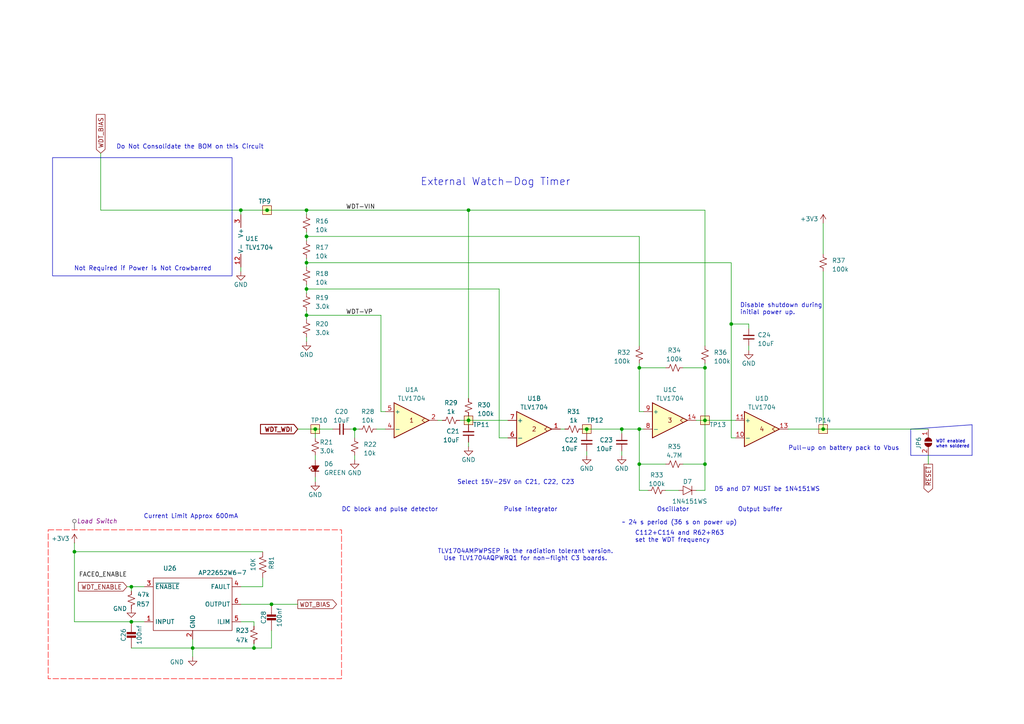
<source format=kicad_sch>
(kicad_sch (version 20250114) (generator "eeschema") (generator_version "9.0")
  (paper "A4")
  (lib_symbols
    (symbol "AP22652W6-7_1"
      (property "Reference" "U" (at -6.35 8.636 0))
      (property "Value" "AP22652W6-7" (at 8.636 9.144 0))
      (symbol "AP22652W6-7_1_1_1"
        (pin output line (at -13.97 5.08 0) (length 2.54) (name "~{ENABLE}") (number "3"))
        (pin input line (at -13.97 -5.08 0) (length 2.54) (name "INPUT") (number "1"))
        (pin output line (at 0 -10.16 90) (length 2.54) (name "GND") (number "2"))
        (pin output line (at 13.97 5.08 180) (length 2.54) (name "FAULT") (number "4"))
        (pin output line (at 13.97 0 180) (length 2.54) (name "OUTPUT") (number "6"))
        (pin output line (at 13.97 -5.08 180) (length 2.54) (name "ILIM") (number "5"))
      )
    )
    (symbol "Adafruit ItsyBitsy RP2040-eagle-import:CAP_CERAMIC_0402NO"
      (property "Reference" "C" (at -2.29 1.25 90))
      (property "Value" "CAP_CERAMIC_0402NO" (at 2.3 1.25 90))
      (symbol "CAP_CERAMIC_0402NO_1_0"
        (pin passive line (at 0 5.08 270) (length 2.54) (name "1") (number "1"))
        (pin passive line (at 0 -2.54 90) (length 2.54) (name "2") (number "2"))
      )
    )
    (symbol "Device:C_Small" (pin_numbers (hide yes)) (pin_names (offset 0.254) (hide yes))
      (property "Reference" "C" (at 0.254 1.778 0))
      (property "Value" "C_Small" (at 0.254 -2.032 0))
      (symbol "C_Small_1_1"
        (pin passive line (at 0 2.54 270) (length 2.032) (name "~") (number "1"))
        (pin passive line (at 0 -2.54 90) (length 2.032) (name "~") (number "2"))
      )
    )
    (symbol "Device:LED_Small_Filled" (pin_numbers (hide yes)) (pin_names (offset 0.254) (hide yes))
      (property "Reference" "D" (at -1.27 3.175 0))
      (property "Value" "LED_Small_Filled" (at -4.445 -2.54 0))
      (symbol "LED_Small_Filled_1_1"
        (pin passive line (at -2.54 0 0) (length 1.778) (name "K") (number "1"))
        (pin passive line (at 2.54 0 180) (length 1.778) (name "A") (number "2"))
      )
    )
    (symbol "Device:R_Small_US" (pin_numbers (hide yes)) (pin_names (offset 0.254) (hide yes))
      (property "Reference" "R" (at 0.762 0.508 0))
      (property "Value" "R_Small_US" (at 0.762 -1.016 0))
      (symbol "R_Small_US_1_1"
        (pin passive line (at 0 2.54 270) (length 1.016) (name "~") (number "1"))
        (pin passive line (at 0 -2.54 90) (length 1.016) (name "~") (number "2"))
      )
    )
    (symbol "Device:R_US" (pin_numbers (hide yes)) (pin_names (offset 0))
      (property "Reference" "R" (at 2.54 0 90))
      (property "Value" "R_US" (at -2.54 0 90))
      (symbol "R_US_1_1"
        (pin passive line (at 0 3.81 270) (length 1.27) (name "~") (number "1"))
        (pin passive line (at 0 -3.81 90) (length 1.27) (name "~") (number "2"))
      )
    )
    (symbol "GND_1" (power) (pin_numbers (hide yes)) (pin_names (offset 0) (hide yes))
      (property "Value" "GND" (at 0 -3.81 0))
      (symbol "GND_1_1_1"
        (pin power_in line (at 0 0 270) (length 0) (name "~") (number "1"))
      )
    )
    (symbol "Jumper:SolderJumper_2_Open" (pin_names (offset 0) (hide yes))
      (property "Reference" "JP" (at 0 2.032 0))
      (property "Value" "SolderJumper_2_Open" (at 0 -2.54 0))
      (symbol "SolderJumper_2_Open_1_1"
        (pin passive line (at -3.81 0 0) (length 2.54) (name "A") (number "1"))
        (pin passive line (at 3.81 0 180) (length 2.54) (name "B") (number "2"))
      )
    )
    (symbol "TLV1704AIPWR_1" (pin_names (offset 0.127))
      (property "Reference" "U" (at 0 5.08 0))
      (property "Value" "TLV1704AIPWR" (at 0 -5.08 0))
      (symbol "TLV1704AIPWR_1_1_1"
        (text "1" (at 0 0 0) (effects (font (size 1.27 1.27))))
        (pin input line (at -7.62 2.54 0) (length 2.54) (name "+") (number "5"))
        (pin input line (at -7.62 -2.54 0) (length 2.54) (name "-") (number "4"))
        (pin open_collector line (at 7.62 0 180) (length 2.54) (name "~") (number "2"))
      )
      (symbol "TLV1704AIPWR_1_2_1"
        (text "2" (at 0 0 0) (effects (font (size 1.27 1.27))))
        (pin input line (at -7.62 2.54 0) (length 2.54) (name "+") (number "7"))
        (pin input line (at -7.62 -2.54 0) (length 2.54) (name "-") (number "6"))
        (pin open_collector line (at 7.62 0 180) (length 2.54) (name "~") (number "1"))
      )
      (symbol "TLV1704AIPWR_1_3_1"
        (text "3" (at 0 0 0) (effects (font (size 1.27 1.27))))
        (pin input line (at -7.62 2.54 0) (length 2.54) (name "+") (number "9"))
        (pin input line (at -7.62 -2.54 0) (length 2.54) (name "-") (number "8"))
        (pin open_collector line (at 7.62 0 180) (length 2.54) (name "~") (number "14"))
      )
      (symbol "TLV1704AIPWR_1_4_1"
        (text "4" (at 0 0 0) (effects (font (size 1.27 1.27))))
        (pin input line (at -7.62 2.54 0) (length 2.54) (name "+") (number "11"))
        (pin input line (at -7.62 -2.54 0) (length 2.54) (name "-") (number "10"))
        (pin open_collector line (at 7.62 0 180) (length 2.54) (name "~") (number "13"))
      )
      (symbol "TLV1704AIPWR_1_5_1"
        (pin power_in line (at -2.54 7.62 270) (length 3.81) (name "V+") (number "3"))
        (pin power_in line (at -2.54 -7.62 90) (length 3.81) (name "V-") (number "12"))
      )
    )
    (symbol "TLV1704AIPWR_2" (pin_names (offset 0.127))
      (property "Reference" "U" (at 0 5.08 0))
      (property "Value" "TLV1704AIPWR" (at 0 -5.08 0))
      (symbol "TLV1704AIPWR_2_1_1"
        (text "1" (at 0 0 0) (effects (font (size 1.27 1.27))))
        (pin input line (at -7.62 2.54 0) (length 2.54) (name "+") (number "5"))
        (pin input line (at -7.62 -2.54 0) (length 2.54) (name "-") (number "4"))
        (pin open_collector line (at 7.62 0 180) (length 2.54) (name "~") (number "2"))
      )
      (symbol "TLV1704AIPWR_2_2_1"
        (text "2" (at 0 0 0) (effects (font (size 1.27 1.27))))
        (pin input line (at -7.62 2.54 0) (length 2.54) (name "+") (number "7"))
        (pin input line (at -7.62 -2.54 0) (length 2.54) (name "-") (number "6"))
        (pin open_collector line (at 7.62 0 180) (length 2.54) (name "~") (number "1"))
      )
      (symbol "TLV1704AIPWR_2_3_1"
        (text "3" (at 0 0 0) (effects (font (size 1.27 1.27))))
        (pin input line (at -7.62 2.54 0) (length 2.54) (name "+") (number "9"))
        (pin input line (at -7.62 -2.54 0) (length 2.54) (name "-") (number "8"))
        (pin open_collector line (at 7.62 0 180) (length 2.54) (name "~") (number "14"))
      )
      (symbol "TLV1704AIPWR_2_4_1"
        (text "4" (at 0 0 0) (effects (font (size 1.27 1.27))))
        (pin input line (at -7.62 2.54 0) (length 2.54) (name "+") (number "11"))
        (pin input line (at -7.62 -2.54 0) (length 2.54) (name "-") (number "10"))
        (pin open_collector line (at 7.62 0 180) (length 2.54) (name "~") (number "13"))
      )
      (symbol "TLV1704AIPWR_2_5_1"
        (pin power_in line (at -2.54 7.62 270) (length 3.81) (name "V+") (number "3"))
        (pin power_in line (at -2.54 -7.62 90) (length 3.81) (name "V-") (number "12"))
      )
    )
    (symbol "TLV1704AIPWR_3" (pin_names (offset 0.127))
      (property "Reference" "U" (at 0 5.08 0))
      (property "Value" "TLV1704AIPWR" (at 0 -5.08 0))
      (symbol "TLV1704AIPWR_3_1_1"
        (text "1" (at 0 0 0) (effects (font (size 1.27 1.27))))
        (pin input line (at -7.62 2.54 0) (length 2.54) (name "+") (number "5"))
        (pin input line (at -7.62 -2.54 0) (length 2.54) (name "-") (number "4"))
        (pin open_collector line (at 7.62 0 180) (length 2.54) (name "~") (number "2"))
      )
      (symbol "TLV1704AIPWR_3_2_1"
        (text "2" (at 0 0 0) (effects (font (size 1.27 1.27))))
        (pin input line (at -7.62 2.54 0) (length 2.54) (name "+") (number "7"))
        (pin input line (at -7.62 -2.54 0) (length 2.54) (name "-") (number "6"))
        (pin open_collector line (at 7.62 0 180) (length 2.54) (name "~") (number "1"))
      )
      (symbol "TLV1704AIPWR_3_3_1"
        (text "3" (at 0 0 0) (effects (font (size 1.27 1.27))))
        (pin input line (at -7.62 2.54 0) (length 2.54) (name "+") (number "9"))
        (pin input line (at -7.62 -2.54 0) (length 2.54) (name "-") (number "8"))
        (pin open_collector line (at 7.62 0 180) (length 2.54) (name "~") (number "14"))
      )
      (symbol "TLV1704AIPWR_3_4_1"
        (text "4" (at 0 0 0) (effects (font (size 1.27 1.27))))
        (pin input line (at -7.62 2.54 0) (length 2.54) (name "+") (number "11"))
        (pin input line (at -7.62 -2.54 0) (length 2.54) (name "-") (number "10"))
        (pin open_collector line (at 7.62 0 180) (length 2.54) (name "~") (number "13"))
      )
      (symbol "TLV1704AIPWR_3_5_1"
        (pin power_in line (at -2.54 7.62 270) (length 3.81) (name "V+") (number "3"))
        (pin power_in line (at -2.54 -7.62 90) (length 3.81) (name "V-") (number "12"))
      )
    )
    (symbol "TLV1704AIPWR_4" (pin_names (offset 0.127))
      (property "Reference" "U" (at 0 5.08 0))
      (property "Value" "TLV1704AIPWR" (at 0 -5.08 0))
      (symbol "TLV1704AIPWR_4_1_1"
        (text "1" (at 0 0 0) (effects (font (size 1.27 1.27))))
        (pin input line (at -7.62 2.54 0) (length 2.54) (name "+") (number "5"))
        (pin input line (at -7.62 -2.54 0) (length 2.54) (name "-") (number "4"))
        (pin open_collector line (at 7.62 0 180) (length 2.54) (name "~") (number "2"))
      )
      (symbol "TLV1704AIPWR_4_2_1"
        (text "2" (at 0 0 0) (effects (font (size 1.27 1.27))))
        (pin input line (at -7.62 2.54 0) (length 2.54) (name "+") (number "7"))
        (pin input line (at -7.62 -2.54 0) (length 2.54) (name "-") (number "6"))
        (pin open_collector line (at 7.62 0 180) (length 2.54) (name "~") (number "1"))
      )
      (symbol "TLV1704AIPWR_4_3_1"
        (text "3" (at 0 0 0) (effects (font (size 1.27 1.27))))
        (pin input line (at -7.62 2.54 0) (length 2.54) (name "+") (number "9"))
        (pin input line (at -7.62 -2.54 0) (length 2.54) (name "-") (number "8"))
        (pin open_collector line (at 7.62 0 180) (length 2.54) (name "~") (number "14"))
      )
      (symbol "TLV1704AIPWR_4_4_1"
        (text "4" (at 0 0 0) (effects (font (size 1.27 1.27))))
        (pin input line (at -7.62 2.54 0) (length 2.54) (name "+") (number "11"))
        (pin input line (at -7.62 -2.54 0) (length 2.54) (name "-") (number "10"))
        (pin open_collector line (at 7.62 0 180) (length 2.54) (name "~") (number "13"))
      )
      (symbol "TLV1704AIPWR_4_5_1"
        (pin power_in line (at -2.54 7.62 270) (length 3.81) (name "V+") (number "3"))
        (pin power_in line (at -2.54 -7.62 90) (length 3.81) (name "V-") (number "12"))
      )
    )
    (symbol "oresat-diodes:1N4151WS-HE3" (pin_numbers (hide yes)) (pin_names (offset 0) (hide yes))
      (property "Reference" "D" (at 0 2.54 0))
      (property "Value" "1N4151WS" (at 0 -2.54 0))
      (symbol "1N4151WS-HE3_1_1"
        (pin passive line (at -2.54 0 0) (length 1.27) (name "2") (number "2"))
        (pin passive line (at 2.54 0 180) (length 1.27) (name "1") (number "1"))
      )
    )
    (symbol "oresat-ics:TLV1704AIPWR" (pin_names (offset 0.127))
      (property "Reference" "U" (at 0 5.08 0))
      (property "Value" "TLV1704AIPWR" (at 0 -5.08 0))
      (symbol "TLV1704AIPWR_1_1"
        (text "1" (at 0 0 0) (effects (font (size 1.27 1.27))))
        (pin input line (at -7.62 2.54 0) (length 2.54) (name "+") (number "5"))
        (pin input line (at -7.62 -2.54 0) (length 2.54) (name "-") (number "4"))
        (pin open_collector line (at 7.62 0 180) (length 2.54) (name "~") (number "2"))
      )
      (symbol "TLV1704AIPWR_2_1"
        (text "2" (at 0 0 0) (effects (font (size 1.27 1.27))))
        (pin input line (at -7.62 2.54 0) (length 2.54) (name "+") (number "7"))
        (pin input line (at -7.62 -2.54 0) (length 2.54) (name "-") (number "6"))
        (pin open_collector line (at 7.62 0 180) (length 2.54) (name "~") (number "1"))
      )
      (symbol "TLV1704AIPWR_3_1"
        (text "3" (at 0 0 0) (effects (font (size 1.27 1.27))))
        (pin input line (at -7.62 2.54 0) (length 2.54) (name "+") (number "9"))
        (pin input line (at -7.62 -2.54 0) (length 2.54) (name "-") (number "8"))
        (pin open_collector line (at 7.62 0 180) (length 2.54) (name "~") (number "14"))
      )
      (symbol "TLV1704AIPWR_4_1"
        (text "4" (at 0 0 0) (effects (font (size 1.27 1.27))))
        (pin input line (at -7.62 2.54 0) (length 2.54) (name "+") (number "11"))
        (pin input line (at -7.62 -2.54 0) (length 2.54) (name "-") (number "10"))
        (pin open_collector line (at 7.62 0 180) (length 2.54) (name "~") (number "13"))
      )
      (symbol "TLV1704AIPWR_5_1"
        (pin power_in line (at -2.54 7.62 270) (length 3.81) (name "V+") (number "3"))
        (pin power_in line (at -2.54 -7.62 90) (length 3.81) (name "V-") (number "12"))
      )
    )
    (symbol "oresat-misc:Test-Point-0.75mm-th" (exclude_from_sim yes) (in_bom no)
      (property "Reference" "TP" (at 0 2.54 0))
      (symbol "Test-Point-0.75mm-th_1_0"
        (pin passive line (at 0 0 0) (length 0) (name "1") (number "1"))
      )
    )
    (symbol "power:+3V3" (power) (pin_numbers (hide yes)) (pin_names (offset 0) (hide yes))
      (property "Value" "+3V3" (at 0 3.556 0))
      (symbol "+3V3_1_1"
        (pin power_in line (at 0 0 90) (length 0) (name "~") (number "1"))
      )
    )
    (symbol "power:GND" (power) (pin_names (offset 0))
      (property "Value" "GND" (at 0 -3.81 0))
      (symbol "GND_1_1"
        (pin power_in line (at 0 0 270) (length 0) (hide yes) (name "GND") (number "1"))
      )
    )
  )
  (rectangle (start 15.24 45.72) (end 67.31 80.01))
  (text "Pull-up on battery pack to Vbus" (at 228.6 130.81 0) (effects (font (size 1.27 1.27)) (justify left bottom)))
  (text "Do Not Consolidate the BOM on this Circuit" (at 55.118 42.672 0) (effects (font (size 1.27 1.27))))
  (text "Pulse integrator" (at 146.05 148.59 0) (effects (font (size 1.27 1.27)) (justify left bottom)))
  (text "Disable shutdown during\ninitial power up." (at 214.63 91.44 0) (effects (font (size 1.27 1.27)) (justify left bottom)))
  (text "Current Limit Approx 600mA" (at 55.372 149.86 0) (effects (font (size 1.27 1.27))))
  (text "~ 24 s period (36 s on power up)" (at 180.34 152.4 0) (effects (font (size 1.27 1.27)) (justify left bottom)))
  (text "D5 and D7 MUST be 1N4151WS" (at 222.504 141.986 0) (effects (font (size 1.27 1.27))))
  (text "C112+C114 and R62+R63 \nset the WDT frequency" (at 184.15 157.48 0) (effects (font (size 1.27 1.27)) (justify left bottom)))
  (text "TLV1704AMPWPSEP is the radiation tolerant version.\nUse TLV1704AQPWRQ1 for non-flight C3 boards." (at 152.4 161.036 0) (effects (font (size 1.27 1.27))))
  (text "Select 15V-25V on C21, C22, C23" (at 149.606 139.954 0) (effects (font (size 1.27 1.27))))
  (text "DC block and pulse detector" (at 99.06 148.59 0) (effects (font (size 1.27 1.27)) (justify left bottom)))
  (text "Oscillator" (at 190.5 148.59 0) (effects (font (size 1.27 1.27)) (justify left bottom)))
  (text "Output buffer" (at 213.995 148.59 0) (effects (font (size 1.27 1.27)) (justify left bottom)))
  (text "WDT enabled\nwhen soldered" (at 271.399 130.048 0) (effects (font (size 0.889 0.889)) (justify left bottom)))
  (text "External Watch-Dog Timer" (at 121.92 54.102 0) (effects (font (size 2.159 2.159)) (justify left bottom)))
  (text "Not Required if Power is Not Crowbarred " (at 41.91 77.978 0) (effects (font (size 1.27 1.27))))
  (junction (at 88.9 60.96))
  (junction (at 185.42 134.62))
  (junction (at 38.1 180.34))
  (junction (at 102.87 124.46))
  (junction (at 204.47 121.92))
  (junction (at 185.42 124.46))
  (junction (at 88.9 91.44))
  (junction (at 185.42 106.68))
  (junction (at 38.1 170.18))
  (junction (at 77.47 60.96))
  (junction (at 88.9 76.2))
  (junction (at 88.9 68.58))
  (junction (at 135.89 60.96))
  (junction (at 204.47 106.68))
  (junction (at 135.89 121.92))
  (junction (at 204.47 134.62))
  (junction (at 21.59 160.02))
  (junction (at 88.9 83.82))
  (junction (at 91.44 124.46))
  (junction (at 69.85 60.96))
  (junction (at 55.88 187.96))
  (junction (at 238.76 124.46))
  (junction (at 78.74 175.26))
  (junction (at 73.66 187.96))
  (junction (at 212.09 93.98))
  (junction (at 170.18 124.46))
  (junction (at 180.34 124.46))
  (wire (pts (xy 180.34 125.73) (xy 180.34 124.46)))
  (wire (pts (xy 76.2 170.18) (xy 76.2 167.64)))
  (wire (pts (xy 38.1 187.96) (xy 55.88 187.96)))
  (wire (pts (xy 238.76 78.74) (xy 238.76 124.46)))
  (wire (pts (xy 185.42 105.41) (xy 185.42 106.68)))
  (wire (pts (xy 217.17 101.6) (xy 217.17 100.33)))
  (wire (pts (xy 238.76 64.77) (xy 238.76 73.66)))
  (wire (pts (xy 36.83 170.18) (xy 38.1 170.18)))
  (wire (pts (xy 135.89 121.92) (xy 135.89 123.19)))
  (wire (pts (xy 78.74 187.96) (xy 73.66 187.96)))
  (wire (pts (xy 198.12 106.68) (xy 204.47 106.68)))
  (wire (pts (xy 212.09 93.98) (xy 212.09 127)))
  (wire (pts (xy 91.44 127) (xy 91.44 124.46)))
  (wire (pts (xy 185.42 124.46) (xy 186.69 124.46)))
  (wire (pts (xy 55.88 187.96) (xy 73.66 187.96)))
  (wire (pts (xy 204.47 105.41) (xy 204.47 106.68)))
  (wire (pts (xy 144.78 127) (xy 147.32 127)))
  (wire (pts (xy 186.69 119.38) (xy 185.42 119.38)))
  (wire (pts (xy 55.88 185.42) (xy 55.88 187.96)))
  (wire (pts (xy 73.66 181.61) (xy 73.66 180.34)))
  (wire (pts (xy 38.1 170.18) (xy 41.91 170.18)))
  (wire (pts (xy 69.85 170.18) (xy 76.2 170.18)))
  (wire (pts (xy 102.87 132.08) (xy 102.87 133.35)))
  (wire (pts (xy 69.85 175.26) (xy 78.74 175.26)))
  (wire (pts (xy 88.9 97.79) (xy 88.9 99.06)))
  (wire (pts (xy 88.9 83.82) (xy 144.78 83.82)))
  (polyline (pts (xy 281.94 123.19) (xy 281.94 132.08)))
  (wire (pts (xy 88.9 90.17) (xy 88.9 91.44)))
  (wire (pts (xy 38.1 180.34) (xy 41.91 180.34)))
  (wire (pts (xy 162.56 124.46) (xy 163.83 124.46)))
  (wire (pts (xy 133.35 121.92) (xy 135.89 121.92)))
  (wire (pts (xy 88.9 83.82) (xy 88.9 85.09)))
  (wire (pts (xy 204.47 100.33) (xy 204.47 60.96)))
  (polyline (pts (xy 264.16 124.46) (xy 281.94 123.19)))
  (wire (pts (xy 168.91 124.46) (xy 170.18 124.46)))
  (wire (pts (xy 238.76 124.46) (xy 269.24 124.46)))
  (wire (pts (xy 135.89 60.96) (xy 204.47 60.96)))
  (wire (pts (xy 204.47 134.62) (xy 204.47 121.92)))
  (wire (pts (xy 170.18 124.46) (xy 170.18 125.73)))
  (wire (pts (xy 217.17 95.25) (xy 217.17 93.98)))
  (wire (pts (xy 269.24 132.08) (xy 269.24 134.62)))
  (wire (pts (xy 204.47 106.68) (xy 204.47 121.92)))
  (wire (pts (xy 185.42 142.24) (xy 187.96 142.24)))
  (wire (pts (xy 135.89 129.54) (xy 135.89 128.27)))
  (wire (pts (xy 21.59 160.02) (xy 76.2 160.02)))
  (wire (pts (xy 91.44 132.08) (xy 91.44 133.35)))
  (wire (pts (xy 110.49 91.44) (xy 110.49 119.38)))
  (wire (pts (xy 88.9 76.2) (xy 212.09 76.2)))
  (wire (pts (xy 135.89 60.96) (xy 88.9 60.96)))
  (wire (pts (xy 135.89 121.92) (xy 147.32 121.92)))
  (wire (pts (xy 193.04 134.62) (xy 185.42 134.62)))
  (wire (pts (xy 102.87 124.46) (xy 104.14 124.46)))
  (wire (pts (xy 88.9 91.44) (xy 88.9 92.71)))
  (wire (pts (xy 86.36 124.46) (xy 91.44 124.46)))
  (wire (pts (xy 88.9 74.93) (xy 88.9 76.2)))
  (wire (pts (xy 185.42 119.38) (xy 185.42 106.68)))
  (wire (pts (xy 69.85 78.74) (xy 69.85 77.47)))
  (wire (pts (xy 204.47 142.24) (xy 204.47 134.62)))
  (wire (pts (xy 88.9 91.44) (xy 110.49 91.44)))
  (wire (pts (xy 185.42 134.62) (xy 185.42 124.46)))
  (wire (pts (xy 21.59 157.48) (xy 21.59 160.02)))
  (wire (pts (xy 55.88 187.96) (xy 55.88 190.5)))
  (wire (pts (xy 127 121.92) (xy 128.27 121.92)))
  (wire (pts (xy 29.21 44.45) (xy 29.21 60.96)))
  (wire (pts (xy 78.74 182.88) (xy 78.74 187.96)))
  (wire (pts (xy 88.9 68.58) (xy 185.42 68.58)))
  (wire (pts (xy 78.74 175.26) (xy 86.36 175.26)))
  (wire (pts (xy 21.59 180.34) (xy 38.1 180.34)))
  (wire (pts (xy 170.18 124.46) (xy 180.34 124.46)))
  (wire (pts (xy 198.12 134.62) (xy 204.47 134.62)))
  (wire (pts (xy 110.49 119.38) (xy 111.76 119.38)))
  (wire (pts (xy 212.09 127) (xy 213.36 127)))
  (wire (pts (xy 88.9 67.31) (xy 88.9 68.58)))
  (wire (pts (xy 101.6 124.46) (xy 102.87 124.46)))
  (wire (pts (xy 185.42 142.24) (xy 185.42 134.62)))
  (wire (pts (xy 204.47 121.92) (xy 213.36 121.92)))
  (wire (pts (xy 193.04 142.24) (xy 196.85 142.24)))
  (wire (pts (xy 69.85 60.96) (xy 77.47 60.96)))
  (wire (pts (xy 185.42 100.33) (xy 185.42 68.58)))
  (polyline (pts (xy 281.94 132.08) (xy 264.16 132.08)))
  (wire (pts (xy 212.09 93.98) (xy 217.17 93.98)))
  (polyline (pts (xy 264.16 132.08) (xy 264.16 124.46)))
  (wire (pts (xy 88.9 82.55) (xy 88.9 83.82)))
  (wire (pts (xy 77.47 60.96) (xy 88.9 60.96)))
  (wire (pts (xy 228.6 124.46) (xy 238.76 124.46)))
  (wire (pts (xy 180.34 124.46) (xy 185.42 124.46)))
  (wire (pts (xy 212.09 76.2) (xy 212.09 93.98)))
  (wire (pts (xy 88.9 76.2) (xy 88.9 77.47)))
  (wire (pts (xy 69.85 62.23) (xy 69.85 60.96)))
  (wire (pts (xy 170.18 132.08) (xy 170.18 130.81)))
  (wire (pts (xy 88.9 62.23) (xy 88.9 60.96)))
  (wire (pts (xy 180.34 132.08) (xy 180.34 130.81)))
  (wire (pts (xy 135.89 121.92) (xy 135.89 120.65)))
  (wire (pts (xy 91.44 139.7) (xy 91.44 138.43)))
  (wire (pts (xy 135.89 60.96) (xy 135.89 115.57)))
  (wire (pts (xy 88.9 68.58) (xy 88.9 69.85)))
  (wire (pts (xy 185.42 106.68) (xy 193.04 106.68)))
  (wire (pts (xy 38.1 170.18) (xy 38.1 171.45)))
  (wire (pts (xy 73.66 187.96) (xy 73.66 186.69)))
  (wire (pts (xy 201.93 142.24) (xy 204.47 142.24)))
  (wire (pts (xy 102.87 124.46) (xy 102.87 127)))
  (wire (pts (xy 201.93 121.92) (xy 204.47 121.92)))
  (wire (pts (xy 73.66 180.34) (xy 69.85 180.34)))
  (wire (pts (xy 91.44 124.46) (xy 96.52 124.46)))
  (wire (pts (xy 109.22 124.46) (xy 111.76 124.46)))
  (wire (pts (xy 144.78 83.82) (xy 144.78 127)))
  (wire (pts (xy 21.59 160.02) (xy 21.59 180.34)))
  (wire (pts (xy 29.21 60.96) (xy 69.85 60.96)))
  (label "FACE0_ENABLE" (at 22.86 167.64 0))
  (label "WDT-VIN" (at 100.33 60.96 0))
  (label "WDT-VP" (at 100.33 91.44 0))
  (global_label "~{RESET}" (shape output) (at 269.24 134.62 270) (property "Intersheetrefs" "${INTERSHEET_REFS}" (effects (hide yes))))
  (global_label "WDT_BIAS" (shape input) (at 29.21 44.45 90) (property "Intersheetrefs" "${INTERSHEET_REFS}" (effects (hide yes))))
  (global_label "WDT_WDI" (shape input) (at 86.36 124.46 180) (effects (font (thickness 0.254) (bold yes))) (property "Intersheetrefs" "${INTERSHEET_REFS}" (effects (hide yes))))
  (global_label "WDT_ENABLE" (shape input) (at 36.83 170.18 180) (property "Intersheetrefs" "${INTERSHEET_REFS}" (effects (hide yes))))
  (global_label "WDT_BIAS" (shape output) (at 86.36 175.26 0) (property "Intersheetrefs" "${INTERSHEET_REFS}" (effects (hide yes))))
  (rule_area (polyline (pts (xy 13.97 153.67) (xy 99.06 153.67) (xy 99.06 196.85) (xy 13.97 196.85)) (stroke (width 0) (type dash))))
  (netclass_flag "" (length 2.54) (shape round) (at 21.59 153.67 0) (property "Component Class" "Load Switch" (at 22.2885 151.13 0) (effects (font (italic yes)) (justify left))))
  (symbol (lib_id "oresat-ics:TLV1704AIPWR") (at 72.39 69.85 0) (unit 5)
    (property "Reference" "U1" (at 71.12 69.215 0) (effects (justify left)))
    (property "Value" "TLV1704" (at 71.12 71.755 0) (effects (justify left)))
    (property "Footprint" "Package_SO:TSSOP-14_4.4x5mm_P0.65mm" (effects (hide yes)))
    (property "Datasheet" "https://www.ti.com/lit/ds/symlink/tlv1704-sep.pdf" (effects (hide yes)))
    (property "Description" "Analog Comparators 2.2-V to 36-V, radiation tolerant microPower quad comparator in space enhanced plastic 14-TSSOP -55 to 125" (effects (hide yes)))
    (property "MFR" "Texas Instruments" (effects (hide yes)))
    (property "MPN" "TLV1704AQPWRQ1" (effects (hide yes)))
    (property "DST" "Digi-Key" (effects (hide yes)))
    (property "DPN" "296-43799-2-ND" (effects (hide yes)))
  )
  (symbol (lib_id "power:GND") (at 217.17 101.6 0) (mirror y) (unit 1)
    (property "Reference" "#PWR087" (effects (hide yes)))
    (property "Value" "GND" (at 217.17 105.41 0))
    (property "Description" "Power symbol creates a global label with name \"GND\" , ground" (effects (hide yes)))
  )
  (symbol (lib_id "Device:R_Small_US") (at 91.44 129.54 0) (unit 1)
    (property "Reference" "R21" (at 92.71 128.27 0) (effects (justify left)))
    (property "Value" "3.0k" (at 92.71 130.81 0) (effects (justify left)))
    (property "Footprint" "Resistor_SMD:R_0603_1608Metric" (effects (hide yes)))
    (property "Description" "3 kOhms ±1% 0.1W, 1/10W Chip Resistor 0603 (1608 Metric) Automotive AEC-Q200 Thick Film" (effects (hide yes)))
    (property "DPN" "RMCF0603FT3K00CT-ND" (effects (hide yes)))
    (property "DST" "Digi-Key" (effects (hide yes)))
    (property "MFR" "Stackpole Electronics Inc" (effects (hide yes)))
    (property "MPN" "RMCF0603FT3K00" (effects (hide yes)))
  )
  (symbol (lib_id "Device:R_Small_US") (at 135.89 118.11 0) (unit 1)
    (property "Reference" "R30" (at 138.43 117.475 0) (effects (justify left)))
    (property "Value" "100k" (at 138.43 120.015 0) (effects (justify left)))
    (property "Footprint" "Resistor_SMD:R_0603_1608Metric" (effects (hide yes)))
    (property "Description" "100 kOhms ±5% 0.1W, 1/10W Chip Resistor 0603 (1608 Metric) Automotive AEC-Q200 Thick Film" (effects (hide yes)))
    (property "DPN" "RMCF0603FT100KCT-ND" (effects (hide yes)))
    (property "DST" "Digi-Key" (effects (hide yes)))
    (property "MFR" "Stackpole Electronics Inc" (effects (hide yes)))
    (property "MPN" "RMCF0603FT100K" (effects (hide yes)))
  )
  (symbol (lib_id "oresat-misc:Test-Point-0.75mm-th") (at 91.44 124.46 0) (unit 1) (exclude_from_sim yes) (in_bom no)
    (property "Reference" "TP10" (at 90.17 121.92 0) (effects (justify left)))
    (property "Value" "TestPoint-MinTH" (effects (hide yes)))
    (property "Footprint" "oresat-misc:TestPoint-0.75mm-th" (effects (hide yes)))
    (property "Description" "0.75 mm TH test point; good for scope probes and jumpers" (effects (hide yes)))
  )
  (symbol (lib_id "power:GND") (at 180.34 132.08 0) (mirror y) (unit 1)
    (property "Reference" "#PWR084" (effects (hide yes)))
    (property "Value" "GND" (at 180.34 135.89 0))
    (property "Description" "Power symbol creates a global label with name \"GND\" , ground" (effects (hide yes)))
  )
  (symbol (lib_id "Adafruit ItsyBitsy RP2040-eagle-import:CAP_CERAMIC_0402NO") (at 38.1 185.42 0) (unit 1)
    (property "Reference" "C26" (at 35.81 184.17 90))
    (property "Value" "100nf" (at 40.4 184.17 90))
    (property "Footprint" "Capacitor_SMD:C_0402_1005Metric" (effects (hide yes)))
  )
  (symbol (lib_id "Adafruit ItsyBitsy RP2040-eagle-import:CAP_CERAMIC_0402NO") (at 78.74 180.34 0) (unit 1)
    (property "Reference" "C28" (at 76.45 179.09 90))
    (property "Value" "100nf" (at 81.04 179.09 90))
    (property "Footprint" "Capacitor_SMD:C_0402_1005Metric" (effects (hide yes)))
  )
  (symbol (lib_name "TLV1704AIPWR_3") (lib_id "oresat-ics:TLV1704AIPWR") (at 220.98 124.46 0) (unit 4)
    (property "Reference" "U1" (at 220.98 115.57 0))
    (property "Value" "TLV1704" (at 220.98 118.11 0))
    (property "Footprint" "Package_SO:TSSOP-14_4.4x5mm_P0.65mm" (effects (hide yes)))
    (property "Datasheet" "https://www.ti.com/lit/ds/symlink/tlv1704-sep.pdf" (effects (hide yes)))
    (property "Description" "Analog Comparators 2.2-V to 36-V, radiation tolerant microPower quad comparator in space enhanced plastic 14-TSSOP -55 to 125" (effects (hide yes)))
    (property "MFR" "Texas Instruments" (effects (hide yes)))
    (property "MPN" "TLV1704AQPWRQ1" (effects (hide yes)))
    (property "DST" "Digi-Key" (effects (hide yes)))
    (property "DPN" "296-43799-2-ND" (effects (hide yes)))
  )
  (symbol (lib_id "Device:R_Small_US") (at 88.9 87.63 0) (unit 1)
    (property "Reference" "R19" (at 91.44 86.36 0) (effects (justify left)))
    (property "Value" "3.0k" (at 91.44 88.9 0) (effects (justify left)))
    (property "Footprint" "Resistor_SMD:R_0603_1608Metric" (effects (hide yes)))
    (property "Description" "3 kOhms ±1% 0.1W, 1/10W Chip Resistor 0603 (1608 Metric) Automotive AEC-Q200 Thick Film" (effects (hide yes)))
    (property "DPN" "RMCF0603FT3K00CT-ND" (effects (hide yes)))
    (property "DST" "Digi-Key" (effects (hide yes)))
    (property "MFR" "Stackpole Electronics Inc" (effects (hide yes)))
    (property "MPN" "RMCF0603FT3K00" (effects (hide yes)))
  )
  (symbol (lib_id "Device:R_Small_US") (at 88.9 72.39 0) (unit 1)
    (property "Reference" "R17" (at 91.44 71.755 0) (effects (justify left)))
    (property "Value" "10k" (at 91.44 74.295 0) (effects (justify left)))
    (property "Footprint" "Resistor_SMD:R_0603_1608Metric" (effects (hide yes)))
    (property "Description" "10 kOhms ±1% 0.1W, 1/10W Chip Resistor 0603 (1608 Metric) Automotive AEC-Q200 Thick Film" (effects (hide yes)))
    (property "DPN" "RMCF0603FT10K0CT-ND" (effects (hide yes)))
    (property "DST" "Digi-Key" (effects (hide yes)))
    (property "MFR" "Stackpole Electronics Inc" (effects (hide yes)))
    (property "MPN" "RMCF0603FT10K0" (effects (hide yes)))
  )
  (symbol (lib_id "Device:C_Small") (at 99.06 124.46 90) (unit 1)
    (property "Reference" "C20" (at 99.0663 119.38 90))
    (property "Value" "10uF" (at 99.0663 121.92 90))
    (property "Footprint" "Capacitor_SMD:C_0603_1608Metric" (effects (hide yes)))
    (property "Description" "10 µF ±10% 16V Ceramic Capacitor X5R 0603 (1608 Metric)" (effects (hide yes)))
    (property "DPN" "490-12317-1-ND" (effects (hide yes)))
    (property "DST" "Digi-Key" (effects (hide yes)))
    (property "MFR" "Murata" (effects (hide yes)))
    (property "MPN" "GRT188R61C106KE13D" (effects (hide yes)))
  )
  (symbol (lib_id "Device:R_Small_US") (at 38.1 173.99 0) (mirror x) (unit 1)
    (property "Reference" "R57" (at 43.434 175.26 0) (effects (justify right)))
    (property "Value" "47k" (at 43.434 172.466 0) (effects (justify right)))
    (property "Footprint" "Resistor_SMD:R_0603_1608Metric" (effects (hide yes)))
    (property "Description" "47 kOhms ±1% 0.1W, 1/10W Chip Resistor 0603 (1608 Metric) Automotive AEC-Q200 Thick Film" (effects (hide yes)))
    (property "DPN" "RMCF0603FT47K0CT-ND" (effects (hide yes)))
    (property "DST" "Digi-Key" (effects (hide yes)))
    (property "MFR" "Stackpole Electronics Inc" (effects (hide yes)))
    (property "MPN" "RMCF0603FT47K0" (effects (hide yes)))
  )
  (symbol (lib_id "Device:R_Small_US") (at 102.87 129.54 0) (unit 1)
    (property "Reference" "R22" (at 105.41 128.905 0) (effects (justify left)))
    (property "Value" "10k" (at 105.41 131.445 0) (effects (justify left)))
    (property "Footprint" "Resistor_SMD:R_0603_1608Metric" (effects (hide yes)))
    (property "Description" "10 kOhms ±1% 0.1W, 1/10W Chip Resistor 0603 (1608 Metric) Automotive AEC-Q200 Thick Film" (effects (hide yes)))
    (property "DPN" "RMCF0603FT10K0CT-ND" (effects (hide yes)))
    (property "DST" "Digi-Key" (effects (hide yes)))
    (property "MFR" "Stackpole Electronics Inc" (effects (hide yes)))
    (property "MPN" "RMCF0603FT10K0" (effects (hide yes)))
  )
  (symbol (lib_id "Device:R_Small_US") (at 88.9 64.77 0) (unit 1)
    (property "Reference" "R16" (at 91.44 64.135 0) (effects (justify left)))
    (property "Value" "10k" (at 91.44 66.675 0) (effects (justify left)))
    (property "Footprint" "Resistor_SMD:R_0603_1608Metric" (effects (hide yes)))
    (property "Description" "10 kOhms ±1% 0.1W, 1/10W Chip Resistor 0603 (1608 Metric) Automotive AEC-Q200 Thick Film" (effects (hide yes)))
    (property "DPN" "RMCF0603FT10K0CT-ND" (effects (hide yes)))
    (property "DST" "Digi-Key" (effects (hide yes)))
    (property "MFR" "Stackpole Electronics Inc" (effects (hide yes)))
    (property "MPN" "RMCF0603FT10K0" (effects (hide yes)))
  )
  (symbol (lib_name "GND_1") (lib_id "power:GND") (at 55.88 190.5 0) (unit 1)
    (property "Reference" "#PWR0128" (effects (hide yes)))
    (property "Value" "GND" (at 51.308 192.024 0))
    (property "Description" "Power symbol creates a global label with name \"GND\" , ground" (effects (hide yes)))
  )
  (symbol (lib_id "power:GND") (at 69.85 78.74 0) (mirror y) (unit 1)
    (property "Reference" "#PWR045" (effects (hide yes)))
    (property "Value" "GND" (at 69.85 82.55 0))
    (property "Description" "Power symbol creates a global label with name \"GND\" , ground" (effects (hide yes)))
  )
  (symbol (lib_id "Device:R_Small_US") (at 195.58 134.62 270) (unit 1)
    (property "Reference" "R35" (at 195.58 129.54 90))
    (property "Value" "4.7M" (at 195.58 132.08 90))
    (property "Footprint" "Resistor_SMD:R_0603_1608Metric" (effects (hide yes)))
    (property "Description" "4.7 MOhms ±1% 0.1W, 1/10W Chip Resistor 0603 (1608 Metric) Automotive AEC-Q200 Thick Film" (effects (hide yes)))
    (property "DPN" "RMCF0603FT4M70CT-ND" (effects (hide yes)))
    (property "DST" "Digi-Key" (effects (hide yes)))
    (property "MFR" "Stackpole Electronics Inc" (effects (hide yes)))
    (property "MPN" "RMCF0603FT4M70" (effects (hide yes)))
  )
  (symbol (lib_id "oresat-misc:Test-Point-0.75mm-th") (at 77.47 60.96 0) (unit 1) (exclude_from_sim yes) (in_bom no)
    (property "Reference" "TP9" (at 74.93 58.42 0) (effects (justify left)))
    (property "Value" "TestPoint-MinTH" (effects (hide yes)))
    (property "Footprint" "oresat-misc:TestPoint-0.75mm-th" (effects (hide yes)))
    (property "Description" "0.75 mm TH test point; good for scope probes and jumpers" (effects (hide yes)))
  )
  (symbol (lib_id "power:GND") (at 170.18 132.08 0) (mirror y) (unit 1)
    (property "Reference" "#PWR083" (effects (hide yes)))
    (property "Value" "GND" (at 170.18 135.89 0))
    (property "Description" "Power symbol creates a global label with name \"GND\" , ground" (effects (hide yes)))
  )
  (symbol (lib_id "Device:R_Small_US") (at 88.9 80.01 0) (unit 1)
    (property "Reference" "R18" (at 91.44 79.375 0) (effects (justify left)))
    (property "Value" "10k" (at 91.44 81.915 0) (effects (justify left)))
    (property "Footprint" "Resistor_SMD:R_0603_1608Metric" (effects (hide yes)))
    (property "Description" "10 kOhms ±1% 0.1W, 1/10W Chip Resistor 0603 (1608 Metric) Automotive AEC-Q200 Thick Film" (effects (hide yes)))
    (property "DPN" "RMCF0603FT10K0CT-ND" (effects (hide yes)))
    (property "DST" "Digi-Key" (effects (hide yes)))
    (property "MFR" "Stackpole Electronics Inc" (effects (hide yes)))
    (property "MPN" "RMCF0603FT10K0" (effects (hide yes)))
  )
  (symbol (lib_name "TLV1704AIPWR_4") (lib_id "oresat-ics:TLV1704AIPWR") (at 154.94 124.46 0) (unit 2)
    (property "Reference" "U1" (at 154.94 115.57 0))
    (property "Value" "TLV1704" (at 154.94 118.11 0))
    (property "Footprint" "Package_SO:TSSOP-14_4.4x5mm_P0.65mm" (effects (hide yes)))
    (property "Datasheet" "https://www.ti.com/lit/ds/symlink/tlv1704-sep.pdf" (effects (hide yes)))
    (property "Description" "Analog Comparators 2.2-V to 36-V, radiation tolerant microPower quad comparator in space enhanced plastic 14-TSSOP -55 to 125" (effects (hide yes)))
    (property "MFR" "Texas Instruments" (effects (hide yes)))
    (property "MPN" "TLV1704AQPWRQ1" (effects (hide yes)))
    (property "DST" "Digi-Key" (effects (hide yes)))
    (property "DPN" "296-43799-2-ND" (effects (hide yes)))
  )
  (symbol (lib_id "Device:R_Small_US") (at 88.9 95.25 0) (unit 1)
    (property "Reference" "R20" (at 91.44 93.98 0) (effects (justify left)))
    (property "Value" "3.0k" (at 91.44 96.52 0) (effects (justify left)))
    (property "Footprint" "Resistor_SMD:R_0603_1608Metric" (effects (hide yes)))
    (property "Description" "3 kOhms ±1% 0.1W, 1/10W Chip Resistor 0603 (1608 Metric) Automotive AEC-Q200 Thick Film" (effects (hide yes)))
    (property "DPN" "RMCF0603FT3K00CT-ND" (effects (hide yes)))
    (property "DST" "Digi-Key" (effects (hide yes)))
    (property "MFR" "Stackpole Electronics Inc" (effects (hide yes)))
    (property "MPN" "RMCF0603FT3K00" (effects (hide yes)))
  )
  (symbol (lib_id "Device:R_Small_US") (at 190.5 142.24 270) (unit 1)
    (property "Reference" "R33" (at 190.5 137.795 90))
    (property "Value" "100k" (at 190.5 140.335 90))
    (property "Footprint" "Resistor_SMD:R_0603_1608Metric" (effects (hide yes)))
    (property "Description" "100 kOhms ±5% 0.1W, 1/10W Chip Resistor 0603 (1608 Metric) Automotive AEC-Q200 Thick Film" (effects (hide yes)))
    (property "DPN" "RMCF0603FT100KCT-ND" (effects (hide yes)))
    (property "DST" "Digi-Key" (effects (hide yes)))
    (property "MFR" "Stackpole Electronics Inc" (effects (hide yes)))
    (property "MPN" "RMCF0603FT100K" (effects (hide yes)))
  )
  (symbol (lib_id "power:+3V3") (at 21.59 157.48 0) (unit 1)
    (property "Reference" "#PWR0126" (effects (hide yes)))
    (property "Value" "+3V3" (at 17.526 156.21 0))
    (property "Description" "Power symbol creates a global label with name \"+3V3\"" (effects (hide yes)))
  )
  (symbol (lib_id "Device:C_Small") (at 180.34 128.27 0) (mirror x) (unit 1)
    (property "Reference" "C23" (at 177.8 127.6286 0) (effects (justify right)))
    (property "Value" "10uF" (at 177.8 130.1686 0) (effects (justify right)))
    (property "Footprint" "Capacitor_SMD:C_0603_1608Metric" (effects (hide yes)))
    (property "Description" "10 µF ±10% 16V Ceramic Capacitor X5R 0603 (1608 Metric)" (effects (hide yes)))
    (property "DPN" "490-12317-1-ND" (effects (hide yes)))
    (property "DST" "Digi-Key" (effects (hide yes)))
    (property "MFR" "Murata" (effects (hide yes)))
    (property "MPN" "GRT188R61C106KE13D" (effects (hide yes)))
  )
  (symbol (lib_name "AP22652W6-7_1") (lib_id "PROVES:AP22652W6-7") (at 55.88 175.26 0) (unit 1)
    (property "Reference" "U26" (at 49.276 164.846 0))
    (property "Value" "AP22652W6-7" (at 64.516 166.116 0))
    (property "Footprint" "AP22652W6-7:SOT-23-6_L2.9-W1.6-P0.95-LS2.8-BL" (effects (hide yes)))
    (property "Datasheet" "https://www.diodes.com/datasheet/download/AP22652_AP22653_AP22652A_AP22653A.pdf" (effects (hide yes)))
    (property "Description" "2A ENABLE Low Load Switch" (effects (hide yes)))
  )
  (symbol (lib_id "oresat-diodes:1N4151WS-HE3") (at 199.39 142.24 0) (unit 1)
    (property "Reference" "D7" (at 199.39 139.7 0))
    (property "Value" "1N4151WS" (at 200.025 145.415 0))
    (property "Footprint" "Diode_SMD:D_SOD-323" (effects (hide yes)))
    (property "Datasheet" "https://www.vishay.com/docs/85847/1n4151ws.pdf" (effects (hide yes)))
    (property "Description" "Diode Standard 50V 150mA Surface Mount SOD-323" (effects (hide yes)))
    (property "DPN" "112-1N4151WS-E3-08CT-ND" (effects (hide yes)))
    (property "DST" "Digi-Key" (effects (hide yes)))
    (property "MFR" "Vishay" (effects (hide yes)))
    (property "MPN" "1N4151WS-E3-08" (effects (hide yes)))
  )
  (symbol (lib_id "Device:LED_Small_Filled") (at 91.44 135.89 90) (unit 1)
    (property "Reference" "D6" (at 93.98 134.5565 90) (effects (justify right)))
    (property "Value" "GREEN" (at 93.98 137.0965 90) (effects (justify right)))
    (property "Footprint" "LED_SMD:LED_0603_1608Metric" (effects (hide yes)))
    (property "Description" "Green 520nm LED Indication - Discrete 3.2V 0603 (1608 Metric) - 430 mcd @ 20 mA" (effects (hide yes)))
    (property "DPN" "732-4971-1-ND" (effects (hide yes)))
    (property "DST" "Digi-Key" (effects (hide yes)))
    (property "MFR" "Wurth" (effects (hide yes)))
    (property "MPN" "150060GS75000" (effects (hide yes)))
  )
  (symbol (lib_id "Device:R_US") (at 76.2 163.83 0) (mirror y) (unit 1)
    (property "Reference" "R81" (at 78.74 161.29 90) (effects (justify right)))
    (property "Value" "10K" (at 73.406 161.798 90) (effects (justify right)))
    (property "Footprint" "Resistor_SMD:R_0603_1608Metric" (effects (hide yes)))
    (property "Description" "100K 0603" (effects (hide yes)))
  )
  (symbol (lib_id "Jumper:SolderJumper_2_Open") (at 269.24 128.27 270) (unit 1)
    (property "Reference" "JP6" (at 266.446 128.524 0))
    (property "Value" "SolderJumper_2_Open" (effects (hide yes)))
    (property "Footprint" "Jumper:SolderJumper-2_P1.3mm_Open_RoundedPad1.0x1.5mm" (effects (hide yes)))
  )
  (symbol (lib_name "GND_1") (lib_id "power:GND") (at 38.1 176.53 0) (unit 1)
    (property "Reference" "#PWR0129" (effects (hide yes)))
    (property "Value" "GND" (at 34.798 176.53 0))
    (property "Description" "Power symbol creates a global label with name \"GND\" , ground" (effects (hide yes)))
  )
  (symbol (lib_id "Device:R_Small_US") (at 185.42 102.87 0) (mirror x) (unit 1)
    (property "Reference" "R32" (at 182.88 102.235 0) (effects (justify right)))
    (property "Value" "100k" (at 182.88 104.775 0) (effects (justify right)))
    (property "Footprint" "Resistor_SMD:R_0603_1608Metric" (effects (hide yes)))
    (property "Description" "100 kOhms ±5% 0.1W, 1/10W Chip Resistor 0603 (1608 Metric) Automotive AEC-Q200 Thick Film" (effects (hide yes)))
    (property "DPN" "RMCF0603FT100KCT-ND" (effects (hide yes)))
    (property "DST" "Digi-Key" (effects (hide yes)))
    (property "MFR" "Stackpole Electronics Inc" (effects (hide yes)))
    (property "MPN" "RMCF0603FT100K" (effects (hide yes)))
  )
  (symbol (lib_id "oresat-misc:Test-Point-0.75mm-th") (at 238.76 124.46 0) (unit 1) (exclude_from_sim yes) (in_bom no)
    (property "Reference" "TP14" (at 236.22 121.92 0) (effects (justify left)))
    (property "Value" "TestPoint-MinTH" (effects (hide yes)))
    (property "Footprint" "oresat-misc:TestPoint-0.75mm-th" (effects (hide yes)))
    (property "Description" "0.75 mm TH test point; good for scope probes and jumpers" (effects (hide yes)))
  )
  (symbol (lib_id "power:+3V3") (at 238.76 64.77 0) (unit 1)
    (property "Reference" "#PWR0100" (effects (hide yes)))
    (property "Value" "+3V3" (at 234.696 63.5 0))
    (property "Description" "Power symbol creates a global label with name \"+3V3\"" (effects (hide yes)))
  )
  (symbol (lib_id "Device:R_Small_US") (at 204.47 102.87 180) (unit 1)
    (property "Reference" "R36" (at 207.01 102.235 0) (effects (justify right)))
    (property "Value" "100k" (at 207.01 104.775 0) (effects (justify right)))
    (property "Footprint" "Resistor_SMD:R_0603_1608Metric" (effects (hide yes)))
    (property "Description" "100 kOhms ±5% 0.1W, 1/10W Chip Resistor 0603 (1608 Metric) Automotive AEC-Q200 Thick Film" (effects (hide yes)))
    (property "DPN" "RMCF0603FT100KCT-ND" (effects (hide yes)))
    (property "DST" "Digi-Key" (effects (hide yes)))
    (property "MFR" "Stackpole Electronics Inc" (effects (hide yes)))
    (property "MPN" "RMCF0603FT100K" (effects (hide yes)))
  )
  (symbol (lib_id "oresat-misc:Test-Point-0.75mm-th") (at 170.18 124.46 0) (unit 1) (exclude_from_sim yes) (in_bom no)
    (property "Reference" "TP12" (at 170.18 121.92 0) (effects (justify left)))
    (property "Value" "TestPoint-MinTH" (effects (hide yes)))
    (property "Footprint" "oresat-misc:TestPoint-0.75mm-th" (effects (hide yes)))
    (property "Description" "0.75 mm TH test point; good for scope probes and jumpers" (effects (hide yes)))
  )
  (symbol (lib_id "Device:R_Small_US") (at 195.58 106.68 90) (unit 1)
    (property "Reference" "R34" (at 195.58 101.6 90))
    (property "Value" "100k" (at 195.58 104.14 90))
    (property "Footprint" "Resistor_SMD:R_0603_1608Metric" (effects (hide yes)))
    (property "Description" "100 kOhms ±5% 0.1W, 1/10W Chip Resistor 0603 (1608 Metric) Automotive AEC-Q200 Thick Film" (effects (hide yes)))
    (property "DPN" "RMCF0603FT100KCT-ND" (effects (hide yes)))
    (property "DST" "Digi-Key" (effects (hide yes)))
    (property "MFR" "Stackpole Electronics Inc" (effects (hide yes)))
    (property "MPN" "RMCF0603FT100K" (effects (hide yes)))
  )
  (symbol (lib_id "oresat-misc:Test-Point-0.75mm-th") (at 204.47 121.92 0) (unit 1) (exclude_from_sim yes) (in_bom no)
    (property "Reference" "TP13" (at 205.74 123.19 0) (effects (justify left)))
    (property "Value" "TestPoint-MinTH" (effects (hide yes)))
    (property "Footprint" "oresat-misc:TestPoint-0.75mm-th" (effects (hide yes)))
    (property "Description" "0.75 mm TH test point; good for scope probes and jumpers" (effects (hide yes)))
  )
  (symbol (lib_id "power:GND") (at 102.87 133.35 0) (unit 1)
    (property "Reference" "#PWR059" (effects (hide yes)))
    (property "Value" "GND" (at 102.87 137.16 0))
    (property "Description" "Power symbol creates a global label with name \"GND\" , ground" (effects (hide yes)))
  )
  (symbol (lib_id "Device:R_Small_US") (at 73.66 184.15 0) (mirror y) (unit 1)
    (property "Reference" "R23" (at 68.326 182.88 0) (effects (justify right)))
    (property "Value" "47k" (at 68.326 185.674 0) (effects (justify right)))
    (property "Footprint" "Resistor_SMD:R_0603_1608Metric" (effects (hide yes)))
    (property "Description" "47 kOhms ±1% 0.1W, 1/10W Chip Resistor 0603 (1608 Metric) Automotive AEC-Q200 Thick Film" (effects (hide yes)))
    (property "DPN" "RMCF0603FT47K0CT-ND" (effects (hide yes)))
    (property "DST" "Digi-Key" (effects (hide yes)))
    (property "MFR" "Stackpole Electronics Inc" (effects (hide yes)))
    (property "MPN" "RMCF0603FT47K0" (effects (hide yes)))
  )
  (symbol (lib_id "Device:C_Small") (at 170.18 128.27 0) (mirror x) (unit 1)
    (property "Reference" "C22" (at 167.64 127.6286 0) (effects (justify right)))
    (property "Value" "10uF" (at 167.64 130.1686 0) (effects (justify right)))
    (property "Footprint" "Capacitor_SMD:C_0603_1608Metric" (effects (hide yes)))
    (property "Description" "10 µF ±10% 16V Ceramic Capacitor X5R 0603 (1608 Metric)" (effects (hide yes)))
    (property "DPN" "490-12317-1-ND" (effects (hide yes)))
    (property "DST" "Digi-Key" (effects (hide yes)))
    (property "MFR" "Murata" (effects (hide yes)))
    (property "MPN" "GRT188R61C106KE13D" (effects (hide yes)))
  )
  (symbol (lib_id "power:GND") (at 88.9 99.06 0) (unit 1)
    (property "Reference" "#PWR046" (effects (hide yes)))
    (property "Value" "GND" (at 88.9 102.87 0))
    (property "Description" "Power symbol creates a global label with name \"GND\" , ground" (effects (hide yes)))
  )
  (symbol (lib_id "power:GND") (at 135.89 129.54 0) (unit 1)
    (property "Reference" "#PWR081" (effects (hide yes)))
    (property "Value" "GND" (at 135.89 133.35 0))
    (property "Description" "Power symbol creates a global label with name \"GND\" , ground" (effects (hide yes)))
  )
  (symbol (lib_id "Device:R_Small_US") (at 106.68 124.46 90) (unit 1)
    (property "Reference" "R28" (at 106.68 119.38 90))
    (property "Value" "10k" (at 106.68 121.92 90))
    (property "Footprint" "Resistor_SMD:R_0603_1608Metric" (effects (hide yes)))
    (property "Description" "10 kOhms ±1% 0.1W, 1/10W Chip Resistor 0603 (1608 Metric) Automotive AEC-Q200 Thick Film" (effects (hide yes)))
    (property "DPN" "RMCF0603FT10K0CT-ND" (effects (hide yes)))
    (property "DST" "Digi-Key" (effects (hide yes)))
    (property "MFR" "Stackpole Electronics Inc" (effects (hide yes)))
    (property "MPN" "RMCF0603FT10K0" (effects (hide yes)))
  )
  (symbol (lib_id "power:GND") (at 91.44 139.7 0) (unit 1)
    (property "Reference" "#PWR058" (effects (hide yes)))
    (property "Value" "GND" (at 91.44 143.51 0))
    (property "Description" "Power symbol creates a global label with name \"GND\" , ground" (effects (hide yes)))
  )
  (symbol (lib_id "Device:C_Small") (at 135.89 125.73 0) (mirror x) (unit 1)
    (property "Reference" "C21" (at 133.35 125.0886 0) (effects (justify right)))
    (property "Value" "10uF" (at 133.35 127.6286 0) (effects (justify right)))
    (property "Footprint" "Capacitor_SMD:C_0603_1608Metric" (effects (hide yes)))
    (property "Description" "10 µF ±10% 16V Ceramic Capacitor X5R 0603 (1608 Metric)" (effects (hide yes)))
    (property "DPN" "490-12317-1-ND" (effects (hide yes)))
    (property "DST" "Digi-Key" (effects (hide yes)))
    (property "MFR" "Murata" (effects (hide yes)))
    (property "MPN" "GRT188R61C106KE13D" (effects (hide yes)))
  )
  (symbol (lib_id "Device:C_Small") (at 217.17 97.79 180) (unit 1)
    (property "Reference" "C24" (at 219.71 97.1486 0) (effects (justify right)))
    (property "Value" "10uF" (at 219.71 99.6886 0) (effects (justify right)))
    (property "Footprint" "Capacitor_SMD:C_0603_1608Metric" (effects (hide yes)))
    (property "Description" "10 µF ±10% 16V Ceramic Capacitor X5R 0603 (1608 Metric)" (effects (hide yes)))
    (property "DPN" "490-12317-1-ND" (effects (hide yes)))
    (property "DST" "Digi-Key" (effects (hide yes)))
    (property "MFR" "Murata" (effects (hide yes)))
    (property "MPN" "GRT188R61C106KE13D" (effects (hide yes)))
  )
  (symbol (lib_id "Device:R_Small_US") (at 166.37 124.46 90) (unit 1)
    (property "Reference" "R31" (at 166.37 119.38 90))
    (property "Value" "1k" (at 166.37 121.92 90))
    (property "Footprint" "Resistor_SMD:R_0603_1608Metric" (effects (hide yes)))
    (property "Description" "1 kOhms ±1% 0.1W, 1/10W Chip Resistor 0603 (1608 Metric) Automotive AEC-Q200 Thick Film" (effects (hide yes)))
    (property "DPN" "RMCF0603FT1K00CT-ND" (effects (hide yes)))
    (property "DST" "Digi-Key" (effects (hide yes)))
    (property "MFR" "Stackpole Electronics Inc" (effects (hide yes)))
    (property "MPN" "RMCF0603FT1K00" (effects (hide yes)))
  )
  (symbol (lib_id "Device:R_Small_US") (at 130.81 121.92 90) (unit 1)
    (property "Reference" "R29" (at 130.81 116.84 90))
    (property "Value" "1k" (at 130.81 119.38 90))
    (property "Footprint" "Resistor_SMD:R_0603_1608Metric" (effects (hide yes)))
    (property "Description" "1 kOhms ±1% 0.1W, 1/10W Chip Resistor 0603 (1608 Metric) Automotive AEC-Q200 Thick Film" (effects (hide yes)))
    (property "DPN" "RMCF0603FT1K00CT-ND" (effects (hide yes)))
    (property "DST" "Digi-Key" (effects (hide yes)))
    (property "MFR" "Stackpole Electronics Inc" (effects (hide yes)))
    (property "MPN" "RMCF0603FT1K00" (effects (hide yes)))
  )
  (symbol (lib_id "oresat-misc:Test-Point-0.75mm-th") (at 135.89 121.92 0) (unit 1) (exclude_from_sim yes) (in_bom no)
    (property "Reference" "TP11" (at 137.16 123.19 0) (effects (justify left)))
    (property "Value" "TestPoint-MinTH" (effects (hide yes)))
    (property "Footprint" "oresat-misc:TestPoint-0.75mm-th" (effects (hide yes)))
    (property "Description" "0.75 mm TH test point; good for scope probes and jumpers" (effects (hide yes)))
  )
  (symbol (lib_id "Device:R_Small_US") (at 238.76 76.2 180) (unit 1)
    (property "Reference" "R37" (at 241.3 75.565 0) (effects (justify right)))
    (property "Value" "100k" (at 241.3 78.105 0) (effects (justify right)))
    (property "Footprint" "Resistor_SMD:R_0603_1608Metric" (effects (hide yes)))
    (property "Description" "100 kOhms ±5% 0.1W, 1/10W Chip Resistor 0603 (1608 Metric) Automotive AEC-Q200 Thick Film" (effects (hide yes)))
    (property "DPN" "RMCF0603FT100KCT-ND" (effects (hide yes)))
    (property "DST" "Digi-Key" (effects (hide yes)))
    (property "MFR" "Stackpole Electronics Inc" (effects (hide yes)))
    (property "MPN" "RMCF0603FT100K" (effects (hide yes)))
  )
  (symbol (lib_name "TLV1704AIPWR_1") (lib_id "oresat-ics:TLV1704AIPWR") (at 119.38 121.92 0) (unit 1)
    (property "Reference" "U1" (at 119.38 113.03 0))
    (property "Value" "TLV1704" (at 119.38 115.57 0))
    (property "Footprint" "Package_SO:TSSOP-14_4.4x5mm_P0.65mm" (effects (hide yes)))
    (property "Datasheet" "https://www.ti.com/lit/ds/symlink/tlv1704-sep.pdf" (effects (hide yes)))
    (property "Description" "Analog Comparators 2.2-V to 36-V, radiation tolerant microPower quad comparator in space enhanced plastic 14-TSSOP -55 to 125" (effects (hide yes)))
    (property "MFR" "Texas Instruments" (effects (hide yes)))
    (property "MPN" "TLV1704AQPWRQ1" (effects (hide yes)))
    (property "DST" "Digi-Key" (effects (hide yes)))
    (property "DPN" "296-43799-2-ND" (effects (hide yes)))
  )
  (symbol (lib_name "TLV1704AIPWR_2") (lib_id "oresat-ics:TLV1704AIPWR") (at 194.31 121.92 0) (unit 3)
    (property "Reference" "U1" (at 194.31 113.03 0))
    (property "Value" "TLV1704" (at 194.31 115.57 0))
    (property "Footprint" "Package_SO:TSSOP-14_4.4x5mm_P0.65mm" (effects (hide yes)))
    (property "Datasheet" "https://www.ti.com/lit/ds/symlink/tlv1704-sep.pdf" (effects (hide yes)))
    (property "Description" "Analog Comparators 2.2-V to 36-V, radiation tolerant microPower quad comparator in space enhanced plastic 14-TSSOP -55 to 125" (effects (hide yes)))
    (property "MFR" "Texas Instruments" (effects (hide yes)))
    (property "MPN" "TLV1704AQPWRQ1" (effects (hide yes)))
    (property "DST" "Digi-Key" (effects (hide yes)))
    (property "DPN" "296-43799-2-ND" (effects (hide yes)))
  )
)
</source>
